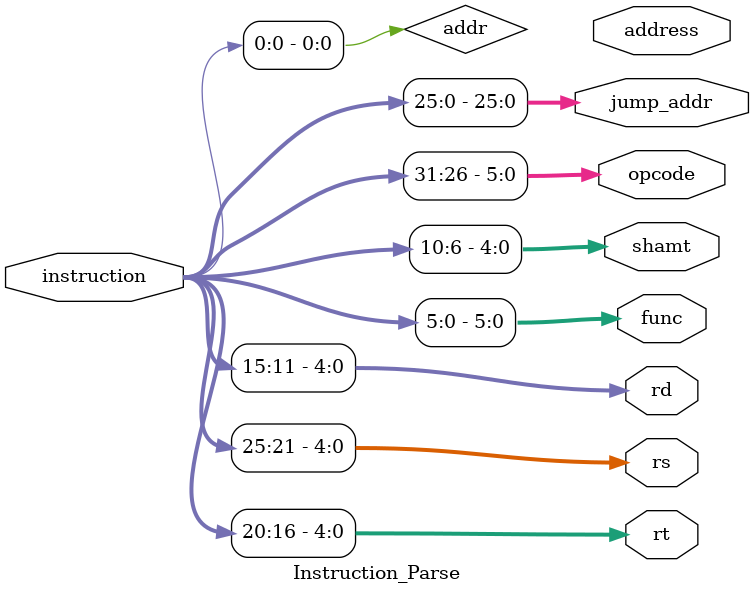
<source format=v>
module Instruction_Parse (
 input wire [31:0] instruction, output wire [4:0] rt , output wire [4:0] rs , output wire [4:0] rd ,
 output wire [5:0] func , output wire [4:0] shamt , output wire [5:0] opcode , output wire [15:0] address,
 output wire [25:0] jump_addr
);
 assign opcode = instruction[31:26];
 assign rs = instruction[25:21];
 assign rt = instruction[20:16];
 assign rd = instruction[15:11];
 assign shamt = instruction[10:6];
 assign func = instruction[5:0];
 assign addr = instruction[15:0];
 assign jump_addr = instruction[25:0];

endmodule
</source>
